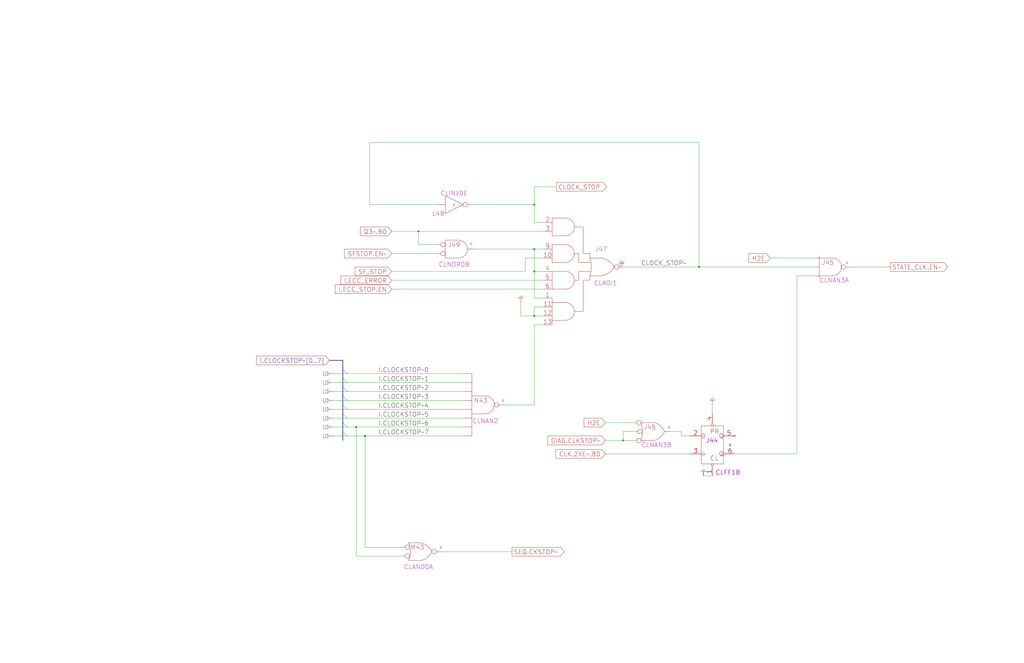
<source format=kicad_sch>
(kicad_sch (version 20220404) (generator eeschema)
  (paper "User" 584.2 378.46)
  (title_block (title "CLOCKS\\nSTATE CLOCK ENABLE") (date "22-SEP-90") (rev "2.0") (comment 1 "IOC") (comment 2 "232-003061") (comment 3 "S400") (comment 4 "RELEASED"))
  (lib_symbols
    (symbol "r1000:F02" (pin_numbers hide) (pin_names hide)
      (property "Reference" "U" (at 12.16 0.635 0))
      (property "Value" "F02" (at -1.27 -4.445 0))
      (property "Location" "___" (at 2.54 0 0))
      (property "Name" "______" (at 2.54 -12.7 0))
      (symbol "F02_0_1"
        (arc (start -3.81 -7.62) (mid -2.9847 -2.54) (end -3.81 2.54) (stroke (width 0.1524)))
        (polyline (pts (xy -5.08 -5.08) (xy -3.175 -5.08)) (stroke (width 0.1524)))
        (polyline (pts (xy -5.08 0) (xy -3.175 0)) (stroke (width 0.1524)))
        (polyline (pts (xy -3.81 -7.62) (xy 2.54 -7.62)) (stroke (width 0.1524)))
        (polyline (pts (xy -3.81 2.54) (xy 2.54 2.54)) (stroke (width 0.1524)))
        (polyline (pts (xy 13.97 -2.54) (xy 12.7 -2.54)) (stroke (width 0.1524)))
        (arc (start 2.54 -7.62) (mid 6.9515 -5.9823) (end 10.16 -2.54) (stroke (width 0.1524)))
        (arc (start 10.16 -2.54) (mid 6.9478 0.8966) (end 2.54 2.54) (stroke (width 0.1524)))
        (circle (center 11.43 -2.54) (radius 1.27) (stroke (width 0.1524)))
      )
      (symbol "F02_0_2"
        (circle (center -3.81 -5.08) (radius 1.27) (stroke (width 0.1524)))
        (circle (center -3.81 0) (radius 1.27) (stroke (width 0.1524)))
        (polyline (pts (xy -2.54 -7.62) (xy 5.08 -7.62)) (stroke (width 0.1524)))
        (polyline (pts (xy -2.54 2.54) (xy -2.54 -7.62)) (stroke (width 0.1524)))
        (polyline (pts (xy -2.54 2.54) (xy 5.08 2.54)) (stroke (width 0.1524)))
        (polyline (pts (xy 11.43 -2.54) (xy 10.16 -2.54)) (stroke (width 0.1524)))
        (polyline (pts (xy 11.43 -2.54) (xy 12.7 -2.54)) (stroke (width 0.1524)))
        (arc (start 5.08 -7.62) (mid 10.1282 -2.54) (end 5.08 2.54) (stroke (width 0.1524)))
      )
      (symbol "F02_1_1"
        (pin input line (at -7.62 0 0) (length 2.54) (name "D0") (number "1"))
        (pin input line (at -7.62 -5.08 0) (length 2.54) (name "D1") (number "2"))
        (pin output line (at 15.24 -2.54 180) (length 1.27) (name "Q") (number "3"))
      )
      (symbol "F02_1_2"
        (pin input line (at -7.62 0 0) (length 2.54) (name "D0") (number "1"))
        (pin input line (at -7.62 -5.08 0) (length 2.54) (name "D1") (number "2"))
        (pin output line (at 15.24 -2.54 180) (length 2.54) (name "Q") (number "3"))
      )
    )
    (symbol "r1000:F04" (pin_numbers hide) (pin_names hide)
      (property "Reference" "U" (at 0 0 0))
      (property "Value" "F04" (at 1.27 -5.08 0))
      (property "Location" "___" (at -12.7 -5.08 0))
      (property "Name" "______" (at 0 5.08 0))
      (symbol "F04_0_1"
        (polyline (pts (xy -7.62 0) (xy -5.08 0)) (stroke (width 0.1524)))
        (polyline (pts (xy -5.08 5.08) (xy -5.08 -5.08)) (stroke (width 0.1524)))
        (polyline (pts (xy 5.08 0) (xy -5.08 -5.08)) (stroke (width 0.1524)))
        (polyline (pts (xy 5.08 0) (xy -5.08 5.08)) (stroke (width 0.1524)))
        (circle (center 6.35 0) (radius 1.27) (stroke (width 0.1524)))
      )
      (symbol "F04_1_1"
        (pin input line (at -10.16 0 0) (length 2.54) (name "D0") (number "1"))
        (pin output line (at 10.16 0 180) (length 2.54) (name "Q") (number "2"))
      )
    )
    (symbol "r1000:F08" (pin_numbers hide) (pin_names hide)
      (property "Reference" "U" (at 15.24 0 0))
      (property "Value" "F08" (at 1.905 -5.08 0))
      (property "Location" "___" (at 1.905 0 0))
      (property "Name" "______" (at 2.54 -12.7 0))
      (symbol "F08_0_1"
        (polyline (pts (xy -2.54 -7.62) (xy 5.08 -7.62)) (stroke (width 0.1524)))
        (polyline (pts (xy -2.54 2.54) (xy -2.54 -7.62)) (stroke (width 0.1524)))
        (polyline (pts (xy -2.54 2.54) (xy 5.08 2.54)) (stroke (width 0.1524)))
        (arc (start 5.08 -7.62) (mid 10.1282 -2.54) (end 5.08 2.54) (stroke (width 0.1524)))
      )
      (symbol "F08_0_2"
        (circle (center -3.81 -5.08) (radius 1.27) (stroke (width 0.1524)))
        (circle (center -3.81 0) (radius 1.27) (stroke (width 0.1524)))
        (arc (start -3.175 -7.62) (mid -2.134 -2.54) (end -3.175 2.54) (stroke (width 0.1524)))
        (polyline (pts (xy -3.175 -7.62) (xy 3.81 -7.62)) (stroke (width 0.1524)))
        (polyline (pts (xy -3.175 2.54) (xy 3.81 2.54)) (stroke (width 0.1524)))
        (arc (start 3.81 -7.62) (mid 7.5855 -5.8306) (end 10.16 -2.54) (stroke (width 0.1524)))
        (arc (start 10.16 -2.54) (mid 7.5827 0.7471) (end 3.81 2.54) (stroke (width 0.1524)))
        (circle (center 11.43 -2.54) (radius 1.27) (stroke (width 0.1524)))
      )
      (symbol "F08_1_1"
        (pin input line (at -7.62 0 0) (length 5.08) (name "D0") (number "1"))
        (pin input line (at -7.62 -5.08 0) (length 5.08) (name "D1") (number "2"))
        (pin output line (at 15.24 -2.54 180) (length 5.08) (name "Q") (number "3"))
      )
      (symbol "F08_1_2"
        (pin input line (at -7.62 0 0) (length 2.54) (name "D0") (number "1"))
        (pin input line (at -7.62 -5.08 0) (length 2.54) (name "D1") (number "2"))
        (pin output line (at 15.24 -2.54 180) (length 2.54) (name "Q") (number "3"))
      )
    )
    (symbol "r1000:F10" (pin_numbers hide) (pin_names hide)
      (property "Reference" "U" (at 13.335 0 0))
      (property "Value" "F10" (at 5.715 -5.08 0))
      (property "Location" "___" (at -1.27 0 0))
      (property "Name" "______" (at -2.54 -10.16 0))
      (symbol "F10_0_1"
        (polyline (pts (xy -2.54 -7.62) (xy 5.08 -7.62)) (stroke (width 0.1524)))
        (polyline (pts (xy -2.54 2.54) (xy 5.08 2.54)) (stroke (width 0.1524)))
        (polyline (pts (xy -2.54 3.81) (xy -2.54 -8.89)) (stroke (width 0.1524)))
        (arc (start 5.08 -7.62) (mid 10.1282 -2.54) (end 5.08 2.54) (stroke (width 0.1524)))
        (circle (center 11.43 -2.54) (radius 1.27) (stroke (width 0.1524)))
      )
      (symbol "F10_0_2"
        (circle (center -3.81 -7.62) (radius 1.27) (stroke (width 0.1524)))
        (circle (center -3.81 2.54) (radius 1.27) (stroke (width 0.1524)))
        (circle (center -3.175 -2.54) (radius 1.27) (stroke (width 0.1524)))
        (arc (start -2.54 -7.62) (mid -1.8195 -2.54) (end -2.54 2.54) (stroke (width 0.1524)))
        (polyline (pts (xy -4.445 -2.54) (xy -5.08 -2.54)) (stroke (width 0.1524)))
        (polyline (pts (xy -2.54 -7.62) (xy 5.08 -7.62)) (stroke (width 0.1524)))
        (polyline (pts (xy -2.54 2.54) (xy 5.08 2.54)) (stroke (width 0.1524)))
        (polyline (pts (xy 10.795 -2.54) (xy 12.7 -2.54)) (stroke (width 0.1524)))
        (arc (start 5.08 -7.62) (mid 8.4845 -5.6954) (end 10.795 -2.54) (stroke (width 0.1524)))
        (arc (start 10.795 -2.54) (mid 8.4807 0.6111) (end 5.08 2.54) (stroke (width 0.1524)))
      )
      (symbol "F10_1_1"
        (pin input line (at -5.08 2.54 0) (length 2.54) (name "D0") (number "1"))
        (pin input line (at -5.08 -2.54 0) (length 2.54) (name "D1") (number "2"))
        (pin input line (at -5.08 -7.62 0) (length 2.54) (name "D2") (number "3"))
        (pin output line (at 15.24 -2.54 180) (length 2.54) (name "Q") (number "4"))
      )
      (symbol "F10_1_2"
        (pin input line (at -5.08 2.54 0) (length 0) (name "D0") (number "1"))
        (pin input line (at -5.08 -2.54 0) (length 0) (name "D1") (number "2"))
        (pin input line (at -5.08 -7.62 0) (length 0) (name "D2") (number "3"))
        (pin output line (at 15.24 -2.54 180) (length 2.54) (name "Q") (number "4"))
      )
    )
    (symbol "r1000:F30" (pin_numbers hide) (pin_names hide)
      (property "Reference" "U" (at 15.24 2.54 0))
      (property "Value" "F30" (at 2.54 -2.54 0))
      (property "Location" "___" (at 2.54 2.54 0))
      (property "Name" "______" (at 5.08 -10.62 0))
      (symbol "F30_0_0"
        (polyline (pts (xy -2.54 -5.08) (xy 5.08 -5.08)) (stroke (width 0.1524)))
        (polyline (pts (xy -2.54 5.08) (xy 5.08 5.08)) (stroke (width 0.1524)))
        (arc (start 5.08 -5.08) (mid 8.6721 -3.5921) (end 10.16 0) (stroke (width 0.1524)))
        (arc (start 10.16 0) (mid 8.6721 3.5921) (end 5.08 5.08) (stroke (width 0.1524)))
        (circle (center 11.43 0) (radius 1.27) (stroke (width 0.1524)))
      )
      (symbol "F30_0_1"
        (polyline (pts (xy -2.54 -7.62) (xy -2.54 -17.78)) (stroke (width 0.1524)))
        (polyline (pts (xy -2.54 -5.08) (xy -2.54 -7.62)) (stroke (width 0.1524)))
        (polyline (pts (xy -2.54 5.08) (xy -2.54 -5.08)) (stroke (width 0.1524)))
        (polyline (pts (xy -2.54 7.62) (xy -2.54 5.08)) (stroke (width 0.1524)))
        (polyline (pts (xy -2.54 17.145) (xy -2.54 7.62)) (stroke (width 0.1524)))
        (polyline (pts (xy -2.54 17.78) (xy -2.54 17.145)) (stroke (width 0.1524)))
      )
      (symbol "F30_1_1"
        (pin input line (at -7.62 7.62 0) (length 5.08) (name "D2") (number "1"))
        (pin input line (at -7.62 17.78 0) (length 5.08) (name "D0") (number "11"))
        (pin input line (at -7.62 12.7 0) (length 5.08) (name "D1") (number "12"))
        (pin input line (at -7.62 2.54 0) (length 5.08) (name "D3") (number "2"))
        (pin input line (at -7.62 -2.54 0) (length 5.08) (name "D4") (number "3"))
        (pin input line (at -7.62 -7.62 0) (length 5.08) (name "D5") (number "4"))
        (pin input line (at -7.62 -12.7 0) (length 5.08) (name "D6") (number "5"))
        (pin input line (at -7.62 -17.78 0) (length 5.08) (name "D7") (number "6"))
        (pin output line (at 15.24 0 180) (length 2.54) (name "Q") (number "8"))
      )
    )
    (symbol "r1000:F64" (pin_names hide)
      (property "Reference" "U" (at 15.24 2.54 0))
      (property "Value" "F64" (at 2.54 0 0))
      (property "Location" "___" (at 2.54 10.16 0))
      (property "Name" "______" (at 5.08 -10.62 0))
      (symbol "F64_0_0"
        (arc (start -17.78 -30.48) (mid -14.1879 -28.9921) (end -12.7 -25.4) (stroke (width 0.1524)))
        (arc (start -17.78 -12.7) (mid -14.1879 -11.2121) (end -12.7 -7.62) (stroke (width 0.1524)))
        (arc (start -17.78 2.54) (mid -14.1879 4.0279) (end -12.7 7.62) (stroke (width 0.1524)))
        (arc (start -17.78 17.78) (mid -14.1879 19.2679) (end -12.7 22.86) (stroke (width 0.1524)))
        (arc (start -12.7 -25.4) (mid -14.1879 -21.8079) (end -17.78 -20.32) (stroke (width 0.1524)))
        (arc (start -12.7 -7.62) (mid -14.1879 -4.0279) (end -17.78 -2.54) (stroke (width 0.1524)))
        (arc (start -12.7 7.62) (mid -14.1879 11.2121) (end -17.78 12.7) (stroke (width 0.1524)))
        (arc (start -12.7 22.86) (mid -14.1879 26.4521) (end -17.78 27.94) (stroke (width 0.1524)))
        (arc (start -3.8173 -5.08) (mid -2.9926 0) (end -3.8173 5.08) (stroke (width 0.1524)))
        (polyline (pts (xy -25.4 -30.48) (xy -17.78 -30.48)) (stroke (width 0.1524)))
        (polyline (pts (xy -25.4 -20.32) (xy -17.78 -20.32)) (stroke (width 0.1524)))
        (polyline (pts (xy -25.4 -12.7) (xy -17.78 -12.7)) (stroke (width 0.1524)))
        (polyline (pts (xy -25.4 -2.54) (xy -17.78 -2.54)) (stroke (width 0.1524)))
        (polyline (pts (xy -25.4 2.54) (xy -17.78 2.54)) (stroke (width 0.1524)))
        (polyline (pts (xy -25.4 12.7) (xy -17.78 12.7)) (stroke (width 0.1524)))
        (polyline (pts (xy -25.4 17.78) (xy -17.78 17.78)) (stroke (width 0.1524)))
        (polyline (pts (xy -25.4 27.94) (xy -17.78 27.94)) (stroke (width 0.1524)))
        (polyline (pts (xy -3.81 -5.08) (xy 2.54 -5.08)) (stroke (width 0.1524)))
        (polyline (pts (xy -3.81 5.08) (xy 2.54 5.08)) (stroke (width 0.1524)))
        (arc (start 2.54 -5.08) (mid 6.9504 -3.4405) (end 10.16 0) (stroke (width 0.1524)))
        (arc (start 10.16 0) (mid 6.9516 3.4424) (end 2.54 5.08) (stroke (width 0.1524)))
        (circle (center 11.43 0) (radius 1.27) (stroke (width 0.1524)))
      )
      (symbol "F64_0_1"
        (polyline (pts (xy -25.4 -33.02) (xy -25.4 -30.48)) (stroke (width 0.1524)))
        (polyline (pts (xy -25.4 -20.32) (xy -25.4 -30.48)) (stroke (width 0.1524)))
        (polyline (pts (xy -25.4 -17.78) (xy -25.4 -20.32)) (stroke (width 0.1524)))
        (polyline (pts (xy -25.4 -2.54) (xy -25.4 -12.7)) (stroke (width 0.1524)))
        (polyline (pts (xy -25.4 12.7) (xy -25.4 2.54)) (stroke (width 0.1524)))
        (polyline (pts (xy -25.4 27.94) (xy -25.4 17.78)) (stroke (width 0.1524)))
        (polyline (pts (xy -12.7 -7.62) (xy -12.7 -7.62)) (stroke (width 0.1524)))
        (polyline (pts (xy -5.08 -2.54) (xy -3.175 -2.54)) (stroke (width 0.1524)))
        (polyline (pts (xy -5.08 2.54) (xy -3.175 2.54)) (stroke (width 0.1524)))
        (polyline (pts (xy -12.7 -7.62) (xy -10.16 -7.62) (xy -10.16 -2.54) (xy -5.08 -2.54)) (stroke (width 0.1524)))
        (polyline (pts (xy -12.7 7.62) (xy -10.16 7.62) (xy -10.16 2.54) (xy -5.08 2.54)) (stroke (width 0.1524)))
        (polyline (pts (xy -3.81 -5.08) (xy -3.81 -7.62) (xy -7.62 -7.62) (xy -7.62 -25.4) (xy -12.7 -25.4)) (stroke (width 0.1524)))
        (polyline (pts (xy -3.81 5.08) (xy -3.81 7.62) (xy -7.62 7.62) (xy -7.62 22.86) (xy -12.7 22.86)) (stroke (width 0.1524)))
      )
      (symbol "F64_1_1"
        (pin input line (at -30.48 -17.78 0) (length 5.08) (name "D0") (number "1"))
        (pin input line (at -30.48 5.08 0) (length 5.08) (name "B1") (number "10"))
        (pin input line (at -30.48 -22.86 0) (length 5.08) (name "D1") (number "11"))
        (pin input line (at -30.48 -27.94 0) (length 5.08) (name "D2") (number "12"))
        (pin input line (at -30.48 -33.02 0) (length 5.08) (name "D3") (number "13"))
        (pin input line (at -30.48 25.4 0) (length 5.08) (name "A0") (number "2"))
        (pin input line (at -30.48 20.32 0) (length 5.08) (name "A1") (number "3"))
        (pin input line (at -30.48 -2.54 0) (length 5.08) (name "C0") (number "4"))
        (pin input line (at -30.48 -7.62 0) (length 5.08) (name "C1") (number "5"))
        (pin input line (at -30.48 -12.7 0) (length 5.08) (name "C2") (number "6"))
        (pin output line (at 15.24 0 180) (length 2.54) (name "Q") (number "8"))
        (pin input line (at -30.48 10.16 0) (length 5.08) (name "B0") (number "9"))
      )
    )
    (symbol "r1000:F74" (pin_names (offset 1.016) hide)
      (property "Reference" "U" (at 12.7 -2.54 0))
      (property "Value" "F74" (at -1.27 -5.08 0))
      (property "Location" "___" (at -1.27 0 0))
      (property "Name" "______" (at 11.43 -19.685 0))
      (symbol "F74_0_1"
        (rectangle (start -3.81 8.255) (end 8.89 -13.335) (stroke (width 0.1524)))
        (polyline (pts (xy 2.54 -15.24) (xy 2.54 -14.605)) (stroke (width 0.1524)))
        (polyline (pts (xy 2.54 10.16) (xy 2.54 9.525)) (stroke (width 0.1524)))
      )
      (symbol "F74_1_1"
        (circle (center 2.54 -13.97) (radius 0.635))
        (circle (center 2.54 8.89) (radius 0.635))
        (circle (center 9.525 -7.62) (radius 0.635))
        (text ">" (at -2.54 -7.62 0) (effects (font (size 2.54 2.54))))
        (text "C" (at 2.54 -10.16 0) (effects (font (size 2.54 2.54))))
        (text "D" (at -2.54 2.54 0) (effects (font (size 2.54 2.54))))
        (text "L" (at 5.08 -10.16 0) (effects (font (size 2.54 2.54))))
        (text "P" (at 2.54 5.08 0) (effects (font (size 2.54 2.54))))
        (text "Q" (at 7.62 -7.62 0) (effects (font (size 2.54 2.54))))
        (text "Q" (at 7.62 2.54 0) (effects (font (size 2.54 2.54))))
        (text "R" (at 5.08 5.08 0) (effects (font (size 2.54 2.54))))
        (pin input line (at 2.54 -20.32 90) (length 5.08) (name "CL_") (number "1"))
        (pin input line (at -10.16 2.54 0) (length 6.35) (name "D") (number "2"))
        (pin input line (at -10.16 -7.62 0) (length 6.35) (name "CLK") (number "3"))
        (pin input line (at 2.54 15.24 270) (length 5.08) (name "PR_") (number "4"))
        (pin output line (at 15.24 2.54 180) (length 6.35) (name "Q") (number "5"))
        (pin output line (at 15.24 -7.62 180) (length 5.08) (name "Q_") (number "6"))
      )
    )
    (symbol "r1000:GB" (pin_numbers hide) (pin_names (offset 0) hide)
      (property "Reference" "GB" (at 3.81 0 0))
      (symbol "GB_0_1"
        (polyline (pts (xy 2.54 0) (xy 3.81 1.27) (xy 3.81 -1.27) (xy 2.54 0)) (stroke (width 0.1524)))
      )
      (symbol "GB_1_1"
        (pin bidirectional line (at 0 0 0) (length 2.54) (name "") (number "1"))
      )
    )
    (symbol "r1000:PU" (power) (pin_numbers hide) (pin_names hide)
      (symbol "PU_0_1"
        (polyline (pts (xy 0 2.54) (xy -1.27 2.54) (xy 0 3.81) (xy 1.27 2.54) (xy 0 2.54)) (stroke (width 0.1524)))
      )
      (symbol "PU_1_1"
        (pin power_in line (at 0 0 90) (length 2.54) (name "PU") (number "1"))
      )
    )
  )
  (junction (at 203.2 243.84))
  (junction (at 304.8 116.84))
  (junction (at 304.8 180.34))
  (junction (at 208.28 248.92))
  (junction (at 355.6 251.46))
  (junction (at 304.8 142.24))
  (junction (at 398.78 152.4))
  (junction (at 238.76 132.08))
  (junction (at 304.8 154.94))
  (no_connect (at 419.1 248.92))
  (bus_entry (at 195.58 246.38) (size 2.54 2.54))
  (bus_entry (at 195.58 210.82) (size 2.54 2.54))
  (bus_entry (at 195.58 220.98) (size 2.54 2.54))
  (bus_entry (at 195.58 241.3) (size 2.54 2.54))
  (bus_entry (at 195.58 226.06) (size 2.54 2.54))
  (bus_entry (at 195.58 236.22) (size 2.54 2.54))
  (bus_entry (at 195.58 215.9) (size 2.54 2.54))
  (bus_entry (at 195.58 231.14) (size 2.54 2.54))
  (wire (pts (xy 299.72 147.32) (xy 299.72 154.94)))
  (wire (pts (xy 208.28 248.92) (xy 264.16 248.92)))
  (wire (pts (xy 304.8 127) (xy 309.88 127)))
  (wire (pts (xy 309.88 180.34) (xy 304.8 180.34)))
  (wire (pts (xy 304.8 180.34) (xy 304.8 175.26)))
  (wire (pts (xy 190.5 233.68) (xy 198.12 233.68)))
  (wire (pts (xy 248.92 139.7) (xy 238.76 139.7)))
  (bus (pts (xy 195.58 226.06) (xy 195.58 231.14)))
  (wire (pts (xy 401.32 271.78) (xy 406.4 271.78)))
  (bus (pts (xy 195.58 210.82) (xy 195.58 215.9)))
  (wire (pts (xy 388.62 246.38) (xy 388.62 248.92)))
  (wire (pts (xy 190.5 213.36) (xy 198.12 213.36)))
  (wire (pts (xy 304.8 231.14) (xy 304.8 185.42)))
  (bus (pts (xy 195.58 231.14) (xy 195.58 236.22)))
  (wire (pts (xy 271.78 142.24) (xy 304.8 142.24)))
  (wire (pts (xy 198.12 223.52) (xy 264.16 223.52)))
  (wire (pts (xy 419.1 259.08) (xy 454.66 259.08)))
  (bus (pts (xy 195.58 241.3) (xy 195.58 246.38)))
  (wire (pts (xy 304.8 154.94) (xy 304.8 142.24)))
  (wire (pts (xy 198.12 218.44) (xy 264.16 218.44)))
  (wire (pts (xy 208.28 312.42) (xy 208.28 248.92)))
  (wire (pts (xy 198.12 243.84) (xy 203.2 243.84)))
  (wire (pts (xy 190.5 243.84) (xy 198.12 243.84)))
  (wire (pts (xy 190.5 238.76) (xy 198.12 238.76)))
  (wire (pts (xy 345.44 259.08) (xy 393.7 259.08)))
  (wire (pts (xy 304.8 175.26) (xy 309.88 175.26)))
  (wire (pts (xy 388.62 248.92) (xy 393.7 248.92)))
  (wire (pts (xy 203.2 243.84) (xy 264.16 243.84)))
  (wire (pts (xy 304.8 180.34) (xy 297.18 180.34)))
  (bus (pts (xy 195.58 220.98) (xy 195.58 226.06)))
  (bus (pts (xy 195.58 215.9) (xy 195.58 220.98)))
  (wire (pts (xy 398.78 81.28) (xy 398.78 152.4)))
  (wire (pts (xy 210.82 81.28) (xy 398.78 81.28)))
  (wire (pts (xy 223.52 165.1) (xy 309.88 165.1)))
  (wire (pts (xy 228.6 312.42) (xy 208.28 312.42)))
  (wire (pts (xy 223.52 132.08) (xy 238.76 132.08)))
  (wire (pts (xy 190.5 248.92) (xy 198.12 248.92)))
  (wire (pts (xy 439.42 147.32) (xy 464.82 147.32)))
  (wire (pts (xy 304.8 154.94) (xy 309.88 154.94)))
  (wire (pts (xy 383.54 246.38) (xy 388.62 246.38)))
  (wire (pts (xy 251.46 314.96) (xy 292.1 314.96)))
  (wire (pts (xy 223.52 160.02) (xy 309.88 160.02)))
  (bus (pts (xy 195.58 246.38) (xy 195.58 251.46)))
  (wire (pts (xy 210.82 116.84) (xy 210.82 81.28)))
  (bus (pts (xy 187.96 205.74) (xy 195.58 205.74)))
  (wire (pts (xy 190.5 223.52) (xy 198.12 223.52)))
  (wire (pts (xy 198.12 238.76) (xy 264.16 238.76)))
  (wire (pts (xy 355.6 251.46) (xy 363.22 251.46)))
  (wire (pts (xy 355.6 152.4) (xy 398.78 152.4)))
  (bus (pts (xy 195.58 205.74) (xy 195.58 210.82)))
  (wire (pts (xy 406.4 231.14) (xy 406.4 236.22)))
  (wire (pts (xy 398.78 152.4) (xy 464.82 152.4)))
  (wire (pts (xy 190.5 218.44) (xy 198.12 218.44)))
  (wire (pts (xy 297.18 172.72) (xy 297.18 180.34)))
  (wire (pts (xy 203.2 317.5) (xy 203.2 243.84)))
  (wire (pts (xy 485.14 152.4) (xy 508 152.4)))
  (wire (pts (xy 309.88 170.18) (xy 304.8 170.18)))
  (wire (pts (xy 198.12 248.92) (xy 208.28 248.92)))
  (wire (pts (xy 228.6 317.5) (xy 203.2 317.5)))
  (wire (pts (xy 269.24 116.84) (xy 304.8 116.84)))
  (wire (pts (xy 223.52 144.78) (xy 248.92 144.78)))
  (wire (pts (xy 190.5 228.6) (xy 198.12 228.6)))
  (wire (pts (xy 355.6 251.46) (xy 345.44 251.46)))
  (wire (pts (xy 198.12 213.36) (xy 264.16 213.36)))
  (wire (pts (xy 363.22 246.38) (xy 355.6 246.38)))
  (wire (pts (xy 238.76 139.7) (xy 238.76 132.08)))
  (wire (pts (xy 317.5 106.68) (xy 304.8 106.68)))
  (wire (pts (xy 238.76 132.08) (xy 309.88 132.08)))
  (wire (pts (xy 304.8 170.18) (xy 304.8 154.94)))
  (wire (pts (xy 299.72 154.94) (xy 223.52 154.94)))
  (wire (pts (xy 304.8 185.42) (xy 309.88 185.42)))
  (wire (pts (xy 355.6 246.38) (xy 355.6 251.46)))
  (wire (pts (xy 309.88 147.32) (xy 299.72 147.32)))
  (wire (pts (xy 345.44 241.3) (xy 363.22 241.3)))
  (wire (pts (xy 287.02 231.14) (xy 304.8 231.14)))
  (wire (pts (xy 454.66 259.08) (xy 454.66 157.48)))
  (wire (pts (xy 304.8 106.68) (xy 304.8 116.84)))
  (wire (pts (xy 198.12 233.68) (xy 264.16 233.68)))
  (wire (pts (xy 454.66 157.48) (xy 464.82 157.48)))
  (wire (pts (xy 304.8 116.84) (xy 304.8 127)))
  (bus (pts (xy 195.58 236.22) (xy 195.58 241.3)))
  (wire (pts (xy 198.12 228.6) (xy 264.16 228.6)))
  (wire (pts (xy 304.8 142.24) (xy 309.88 142.24)))
  (wire (pts (xy 248.92 116.84) (xy 210.82 116.84)))
  (label "I.CLOCKSTOP~0" (at 215.9 213.36 0) (effects (font (size 2.54 2.54))))
  (label "CLOCK_STOP~" (at 365.76 152.4 0) (effects (font (size 2.54 2.54))))
  (label "I.CLOCKSTOP~5" (at 215.9 238.76 0) (effects (font (size 2.54 2.54))))
  (label "I.CLOCKSTOP~4" (at 215.9 233.68 0) (effects (font (size 2.54 2.54))))
  (label "I.CLOCKSTOP~1" (at 215.9 218.44 0) (effects (font (size 2.54 2.54))))
  (label "I.CLOCKSTOP~2" (at 215.9 223.52 0) (effects (font (size 2.54 2.54))))
  (label "I.CLOCKSTOP~3" (at 215.9 228.6 0) (effects (font (size 2.54 2.54))))
  (label "I.CLOCKSTOP~6" (at 215.9 243.84 0) (effects (font (size 2.54 2.54))))
  (label "I.CLOCKSTOP~7" (at 215.9 248.92 0) (effects (font (size 2.54 2.54))))
  (global_label "I.ECC_STOP.EN" (shape input) (at 223.52 165.1 180) (effects (font (size 2.54 2.54))) (property "Intersheet References" "${INTERSHEET_REFS}" (at 191.2378 164.9413 0) (effects (font (size 1.905 1.905)) (justify right))))
  (global_label "DIAG.CLKSTOP~" (shape input) (at 345.44 251.46 180) (effects (font (size 2.54 2.54))) (property "Intersheet References" "${INTERSHEET_REFS}" (at 312.4321 251.3013 0) (effects (font (size 1.905 1.905)) (justify right))))
  (global_label "STATE_CLK.EN~" (shape output) (at 508 152.4 0) (effects (font (size 2.54 2.54))) (property "Intersheet References" "${INTERSHEET_REFS}" (at 540.645 152.2413 0) (effects (font (size 1.905 1.905)) (justify left))))
  (global_label "SF_STOP" (shape input) (at 223.52 154.94 180) (effects (font (size 2.54 2.54))) (property "Intersheet References" "${INTERSHEET_REFS}" (at 202.6073 154.7813 0) (effects (font (size 1.905 1.905)) (justify right))))
  (global_label "I.ECC_ERROR" (shape input) (at 223.52 160.02 180) (effects (font (size 2.54 2.54))) (property "Intersheet References" "${INTERSHEET_REFS}" (at 194.3826 159.8613 0) (effects (font (size 1.905 1.905)) (justify right))))
  (global_label "Q3~.B0" (shape input) (at 223.52 132.08 180) (effects (font (size 2.54 2.54))) (property "Intersheet References" "${INTERSHEET_REFS}" (at 205.6311 131.9213 0) (effects (font (size 1.905 1.905)) (justify right))))
  (global_label "H2E" (shape input) (at 345.44 241.3 180) (effects (font (size 2.54 2.54))) (property "Intersheet References" "${INTERSHEET_REFS}" (at 333.2359 241.1413 0) (effects (font (size 1.905 1.905)) (justify right))))
  (global_label "H2E" (shape input) (at 439.42 147.32 180) (effects (font (size 2.54 2.54))) (property "Intersheet References" "${INTERSHEET_REFS}" (at 427.2159 147.1613 0) (effects (font (size 1.905 1.905)) (justify right))))
  (global_label "SEQ.CKSTOP~" (shape output) (at 292.1 314.96 0) (effects (font (size 2.54 2.54))) (property "Intersheet References" "${INTERSHEET_REFS}" (at 321.9631 314.8013 0) (effects (font (size 1.905 1.905)) (justify left))))
  (global_label "SFSTOP.EN~" (shape input) (at 223.52 144.78 180) (effects (font (size 2.54 2.54))) (property "Intersheet References" "${INTERSHEET_REFS}" (at 196.5597 144.6213 0) (effects (font (size 1.905 1.905)) (justify right))))
  (global_label "CLK.2XE~.B0" (shape input) (at 345.44 259.08 180) (effects (font (size 2.54 2.54))) (property "Intersheet References" "${INTERSHEET_REFS}" (at 317.1492 258.9213 0) (effects (font (size 1.905 1.905)) (justify right))))
  (global_label "CLOCK_STOP" (shape output) (at 317.5 106.68 0) (effects (font (size 2.54 2.54))) (property "Intersheet References" "${INTERSHEET_REFS}" (at 346.1536 106.5213 0) (effects (font (size 1.905 1.905)) (justify left))))
  (global_label "I.CLOCKSTOP~[0..7]" (shape input) (at 187.96 205.74 180) (effects (font (size 2.54 2.54))) (property "Intersheet References" "${INTERSHEET_REFS}" (at 146.3645 205.5813 0) (effects (font (size 1.905 1.905)) (justify right))))
  (symbol (lib_id "r1000:PU") (at 406.4 231.14 0) (unit 1)
    (default_instance (reference "U") (unit 1) (value "") (footprint ""))
    (property "Reference" "U" (effects hide))
  )
  (symbol (lib_id "r1000:GB") (at 190.5 248.92 0) (mirror y) (unit 1)
    (default_instance (reference "U") (unit 1) (value "") (footprint ""))
    (property "Reference" "U" (at 186.69 248.92 0) (effects (font (size 2.54 2.54)) (justify left)))
  )
  (symbol (lib_id "r1000:GB") (at 190.5 233.68 0) (mirror y) (unit 1)
    (default_instance (reference "U") (unit 1) (value "") (footprint ""))
    (property "Reference" "U" (at 186.69 233.68 0) (effects (font (size 2.54 2.54)) (justify left)))
  )
  (symbol (lib_id "r1000:F74") (at 403.86 251.46 0) (unit 1)
    (default_instance (reference "U") (unit 1) (value "") (footprint ""))
    (property "Reference" "U" (at 416.56 254 0))
    (property "Location" "J44" (at 402.59 251.46 0) (effects (font (size 2.54 2.54)) (justify left)))
    (property "Name" "CLFF1B" (at 415.29 271.145 0) (effects (font (size 2.54 2.54)) (justify bottom)))
  )
  (symbol (lib_id "r1000:F08") (at 236.22 312.42 0) (unit 1) (convert 2)
    (default_instance (reference "U") (unit 1) (value "") (footprint ""))
    (property "Reference" "U" (at 251.46 312.42 0))
    (property "Location" "M43" (at 238.125 312.42 0) (effects (font (size 2.54 2.54))))
    (property "Name" "CLAND0A" (at 238.76 325.12 0) (effects (font (size 2.54 2.54)) (justify bottom)))
  )
  (symbol (lib_id "r1000:GB") (at 190.5 218.44 0) (mirror y) (unit 1)
    (default_instance (reference "U") (unit 1) (value "") (footprint ""))
    (property "Reference" "U" (at 186.69 218.44 0) (effects (font (size 2.54 2.54)) (justify left)))
  )
  (symbol (lib_id "r1000:F30") (at 271.78 231.14 0) (unit 1)
    (default_instance (reference "U") (unit 1) (value "") (footprint ""))
    (property "Reference" "U" (at 287.02 228.6 0))
    (property "Location" "N43" (at 274.32 228.6 0) (effects (font (size 2.54 2.54))))
    (property "Name" "CLNAN2" (at 276.86 241.76 0) (effects (font (size 2.54 2.54)) (justify bottom)))
  )
  (symbol (lib_id "r1000:GB") (at 190.5 243.84 0) (mirror y) (unit 1)
    (default_instance (reference "U") (unit 1) (value "") (footprint ""))
    (property "Reference" "U" (at 186.69 243.84 0) (effects (font (size 2.54 2.54)) (justify left)))
  )
  (symbol (lib_id "r1000:F10") (at 368.3 243.84 0) (unit 1) (convert 2)
    (default_instance (reference "U") (unit 1) (value "") (footprint ""))
    (property "Reference" "U" (at 381.635 243.84 0))
    (property "Location" "J45" (at 367.03 243.84 0) (effects (font (size 2.54 2.54)) (justify left)))
    (property "Name" "CLNAN3B" (at 365.76 254 0) (effects (font (size 2.54 2.54)) (justify left)))
  )
  (symbol (lib_id "r1000:GB") (at 190.5 238.76 0) (mirror y) (unit 1)
    (default_instance (reference "U") (unit 1) (value "") (footprint ""))
    (property "Reference" "U" (at 186.69 238.76 0) (effects (font (size 2.54 2.54)) (justify left)))
  )
  (symbol (lib_id "r1000:GB") (at 190.5 213.36 0) (mirror y) (unit 1)
    (default_instance (reference "U") (unit 1) (value "") (footprint ""))
    (property "Reference" "U" (at 186.69 213.36 0) (effects (font (size 2.54 2.54)) (justify left)))
  )
  (symbol (lib_id "r1000:F04") (at 259.08 116.84 0) (unit 1)
    (default_instance (reference "U") (unit 1) (value "") (footprint ""))
    (property "Reference" "U" (at 259.08 116.84 0))
    (property "Location" "L48" (at 246.38 121.92 0) (effects (font (size 2.54 2.54)) (justify left)))
    (property "Name" "CLINV0E" (at 259.08 111.76 0) (effects (font (size 2.54 2.54)) (justify bottom)))
  )
  (symbol (lib_id "r1000:PU") (at 401.32 271.78 0) (unit 1)
    (default_instance (reference "U") (unit 1) (value "") (footprint ""))
    (property "Reference" "U" (effects hide))
  )
  (symbol (lib_id "r1000:GB") (at 190.5 223.52 0) (mirror y) (unit 1)
    (default_instance (reference "U") (unit 1) (value "") (footprint ""))
    (property "Reference" "U" (at 186.69 223.52 0) (effects (font (size 2.54 2.54)) (justify left)))
  )
  (symbol (lib_id "r1000:PU") (at 297.18 172.72 0) (unit 1)
    (default_instance (reference "U") (unit 1) (value "") (footprint ""))
    (property "Reference" "U" (effects hide))
  )
  (symbol (lib_id "r1000:F10") (at 469.9 149.86 0) (unit 1)
    (default_instance (reference "U") (unit 1) (value "") (footprint ""))
    (property "Reference" "U" (at 483.235 149.86 0))
    (property "Location" "J45" (at 468.63 149.86 0) (effects (font (size 2.54 2.54)) (justify left)))
    (property "Name" "CLNAN3A" (at 467.36 160.02 0) (effects (font (size 2.54 2.54)) (justify left)))
  )
  (symbol (lib_id "r1000:F02") (at 256.54 139.7 0) (unit 1) (convert 2)
    (default_instance (reference "U") (unit 1) (value "") (footprint ""))
    (property "Reference" "U" (at 268.7 139.065 0))
    (property "Location" "J49" (at 259.08 139.7 0) (effects (font (size 2.54 2.54))))
    (property "Name" "CLNOR0B" (at 259.08 152.4 0) (effects (font (size 2.54 2.54)) (justify bottom)))
  )
  (symbol (lib_id "r1000:GB") (at 190.5 228.6 0) (mirror y) (unit 1)
    (default_instance (reference "U") (unit 1) (value "") (footprint ""))
    (property "Reference" "U" (at 186.69 228.6 0) (effects (font (size 2.54 2.54)) (justify left)))
  )
  (symbol (lib_id "r1000:F64") (at 340.36 152.4 0) (unit 1)
    (default_instance (reference "U") (unit 1) (value "") (footprint ""))
    (property "Reference" "U" (at 355.6 149.86 0))
    (property "Location" "J47" (at 342.9 142.24 0) (effects (font (size 2.54 2.54))))
    (property "Name" "CLAOI1" (at 345.44 163.02 0) (effects (font (size 2.54 2.54)) (justify bottom)))
  )
)
</source>
